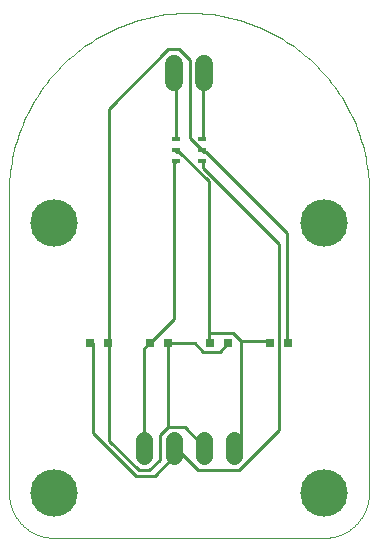
<source format=gtl>
G75*
%MOIN*%
%OFA0B0*%
%FSLAX25Y25*%
%IPPOS*%
%LPD*%
%AMOC8*
5,1,8,0,0,1.08239X$1,22.5*
%
%ADD10C,0.06000*%
%ADD11R,0.02559X0.01693*%
%ADD12C,0.00000*%
%ADD13C,0.05543*%
%ADD14C,0.15811*%
%ADD15R,0.03150X0.03150*%
%ADD16C,0.01000*%
D10*
X0056800Y0153800D02*
X0056800Y0159800D01*
X0066800Y0159800D02*
X0066800Y0153800D01*
D11*
X0066170Y0134910D03*
X0066170Y0131170D03*
X0066170Y0127430D03*
X0057509Y0127430D03*
X0057509Y0131170D03*
X0057509Y0134910D03*
D12*
X0001800Y0116800D02*
X0001800Y0016800D01*
X0001804Y0016438D01*
X0001818Y0016075D01*
X0001839Y0015713D01*
X0001870Y0015352D01*
X0001909Y0014992D01*
X0001957Y0014633D01*
X0002014Y0014275D01*
X0002079Y0013918D01*
X0002153Y0013563D01*
X0002236Y0013210D01*
X0002327Y0012859D01*
X0002426Y0012511D01*
X0002534Y0012165D01*
X0002650Y0011821D01*
X0002775Y0011481D01*
X0002907Y0011144D01*
X0003048Y0010810D01*
X0003197Y0010479D01*
X0003354Y0010152D01*
X0003518Y0009829D01*
X0003690Y0009510D01*
X0003870Y0009196D01*
X0004058Y0008885D01*
X0004253Y0008580D01*
X0004455Y0008279D01*
X0004665Y0007983D01*
X0004881Y0007693D01*
X0005105Y0007407D01*
X0005335Y0007127D01*
X0005572Y0006853D01*
X0005816Y0006585D01*
X0006066Y0006322D01*
X0006322Y0006066D01*
X0006585Y0005816D01*
X0006853Y0005572D01*
X0007127Y0005335D01*
X0007407Y0005105D01*
X0007693Y0004881D01*
X0007983Y0004665D01*
X0008279Y0004455D01*
X0008580Y0004253D01*
X0008885Y0004058D01*
X0009196Y0003870D01*
X0009510Y0003690D01*
X0009829Y0003518D01*
X0010152Y0003354D01*
X0010479Y0003197D01*
X0010810Y0003048D01*
X0011144Y0002907D01*
X0011481Y0002775D01*
X0011821Y0002650D01*
X0012165Y0002534D01*
X0012511Y0002426D01*
X0012859Y0002327D01*
X0013210Y0002236D01*
X0013563Y0002153D01*
X0013918Y0002079D01*
X0014275Y0002014D01*
X0014633Y0001957D01*
X0014992Y0001909D01*
X0015352Y0001870D01*
X0015713Y0001839D01*
X0016075Y0001818D01*
X0016438Y0001804D01*
X0016800Y0001800D01*
X0106800Y0001800D01*
X0107162Y0001804D01*
X0107525Y0001818D01*
X0107887Y0001839D01*
X0108248Y0001870D01*
X0108608Y0001909D01*
X0108967Y0001957D01*
X0109325Y0002014D01*
X0109682Y0002079D01*
X0110037Y0002153D01*
X0110390Y0002236D01*
X0110741Y0002327D01*
X0111089Y0002426D01*
X0111435Y0002534D01*
X0111779Y0002650D01*
X0112119Y0002775D01*
X0112456Y0002907D01*
X0112790Y0003048D01*
X0113121Y0003197D01*
X0113448Y0003354D01*
X0113771Y0003518D01*
X0114090Y0003690D01*
X0114404Y0003870D01*
X0114715Y0004058D01*
X0115020Y0004253D01*
X0115321Y0004455D01*
X0115617Y0004665D01*
X0115907Y0004881D01*
X0116193Y0005105D01*
X0116473Y0005335D01*
X0116747Y0005572D01*
X0117015Y0005816D01*
X0117278Y0006066D01*
X0117534Y0006322D01*
X0117784Y0006585D01*
X0118028Y0006853D01*
X0118265Y0007127D01*
X0118495Y0007407D01*
X0118719Y0007693D01*
X0118935Y0007983D01*
X0119145Y0008279D01*
X0119347Y0008580D01*
X0119542Y0008885D01*
X0119730Y0009196D01*
X0119910Y0009510D01*
X0120082Y0009829D01*
X0120246Y0010152D01*
X0120403Y0010479D01*
X0120552Y0010810D01*
X0120693Y0011144D01*
X0120825Y0011481D01*
X0120950Y0011821D01*
X0121066Y0012165D01*
X0121174Y0012511D01*
X0121273Y0012859D01*
X0121364Y0013210D01*
X0121447Y0013563D01*
X0121521Y0013918D01*
X0121586Y0014275D01*
X0121643Y0014633D01*
X0121691Y0014992D01*
X0121730Y0015352D01*
X0121761Y0015713D01*
X0121782Y0016075D01*
X0121796Y0016438D01*
X0121800Y0016800D01*
X0121800Y0116800D01*
X0121782Y0118261D01*
X0121729Y0119721D01*
X0121640Y0121180D01*
X0121516Y0122636D01*
X0121356Y0124088D01*
X0121161Y0125536D01*
X0120930Y0126979D01*
X0120665Y0128416D01*
X0120365Y0129846D01*
X0120030Y0131268D01*
X0119660Y0132682D01*
X0119256Y0134086D01*
X0118818Y0135480D01*
X0118346Y0136863D01*
X0117841Y0138234D01*
X0117302Y0139592D01*
X0116731Y0140937D01*
X0116127Y0142267D01*
X0115491Y0143583D01*
X0114823Y0144882D01*
X0114123Y0146165D01*
X0113392Y0147430D01*
X0112631Y0148678D01*
X0111840Y0149906D01*
X0111019Y0151115D01*
X0110169Y0152303D01*
X0109290Y0153470D01*
X0108383Y0154616D01*
X0107448Y0155739D01*
X0106486Y0156839D01*
X0105498Y0157915D01*
X0104484Y0158967D01*
X0103444Y0159994D01*
X0102380Y0160995D01*
X0101292Y0161971D01*
X0100180Y0162919D01*
X0099046Y0163840D01*
X0097889Y0164733D01*
X0096712Y0165597D01*
X0095513Y0166433D01*
X0094294Y0167239D01*
X0093056Y0168016D01*
X0091800Y0168762D01*
X0090526Y0169477D01*
X0089235Y0170161D01*
X0087927Y0170813D01*
X0086604Y0171433D01*
X0085266Y0172021D01*
X0083915Y0172576D01*
X0082550Y0173098D01*
X0081173Y0173586D01*
X0079784Y0174041D01*
X0078385Y0174462D01*
X0076976Y0174849D01*
X0075558Y0175201D01*
X0074132Y0175519D01*
X0072698Y0175802D01*
X0071258Y0176050D01*
X0069813Y0176263D01*
X0068362Y0176440D01*
X0066908Y0176582D01*
X0065451Y0176689D01*
X0063991Y0176760D01*
X0062531Y0176796D01*
X0061069Y0176796D01*
X0059609Y0176760D01*
X0058149Y0176689D01*
X0056692Y0176582D01*
X0055238Y0176440D01*
X0053787Y0176263D01*
X0052342Y0176050D01*
X0050902Y0175802D01*
X0049468Y0175519D01*
X0048042Y0175201D01*
X0046624Y0174849D01*
X0045215Y0174462D01*
X0043816Y0174041D01*
X0042427Y0173586D01*
X0041050Y0173098D01*
X0039685Y0172576D01*
X0038334Y0172021D01*
X0036996Y0171433D01*
X0035673Y0170813D01*
X0034365Y0170161D01*
X0033074Y0169477D01*
X0031800Y0168762D01*
X0030544Y0168016D01*
X0029306Y0167239D01*
X0028087Y0166433D01*
X0026888Y0165597D01*
X0025711Y0164733D01*
X0024554Y0163840D01*
X0023420Y0162919D01*
X0022308Y0161971D01*
X0021220Y0160995D01*
X0020156Y0159994D01*
X0019116Y0158967D01*
X0018102Y0157915D01*
X0017114Y0156839D01*
X0016152Y0155739D01*
X0015217Y0154616D01*
X0014310Y0153470D01*
X0013431Y0152303D01*
X0012581Y0151115D01*
X0011760Y0149906D01*
X0010969Y0148678D01*
X0010208Y0147430D01*
X0009477Y0146165D01*
X0008777Y0144882D01*
X0008109Y0143583D01*
X0007473Y0142267D01*
X0006869Y0140937D01*
X0006298Y0139592D01*
X0005759Y0138234D01*
X0005254Y0136863D01*
X0004782Y0135480D01*
X0004344Y0134086D01*
X0003940Y0132682D01*
X0003570Y0131268D01*
X0003235Y0129846D01*
X0002935Y0128416D01*
X0002670Y0126979D01*
X0002439Y0125536D01*
X0002244Y0124088D01*
X0002084Y0122636D01*
X0001960Y0121180D01*
X0001871Y0119721D01*
X0001818Y0118261D01*
X0001800Y0116800D01*
D13*
X0046800Y0034572D02*
X0046800Y0029028D01*
X0056800Y0029028D02*
X0056800Y0034572D01*
X0066800Y0034572D02*
X0066800Y0029028D01*
X0076800Y0029028D02*
X0076800Y0034572D01*
D14*
X0106800Y0016800D03*
X0106800Y0106800D03*
X0016800Y0106800D03*
X0016800Y0016800D03*
D15*
X0028847Y0066800D03*
X0034753Y0066800D03*
X0048847Y0066800D03*
X0054753Y0066800D03*
X0068847Y0066800D03*
X0074753Y0066800D03*
X0088847Y0066800D03*
X0094753Y0066800D03*
D16*
X0094500Y0067500D01*
X0094500Y0103500D01*
X0067500Y0130500D01*
X0066600Y0130500D01*
X0066170Y0131170D01*
X0065700Y0131400D01*
X0062100Y0135000D01*
X0062100Y0161100D01*
X0058500Y0164700D01*
X0054900Y0164700D01*
X0035100Y0144900D01*
X0035100Y0067500D01*
X0034753Y0066800D01*
X0035100Y0066600D01*
X0035100Y0034200D01*
X0045000Y0024300D01*
X0048600Y0024300D01*
X0052200Y0027900D01*
X0052200Y0036000D01*
X0054900Y0038700D01*
X0054900Y0066600D01*
X0054753Y0066800D01*
X0054900Y0066600D02*
X0063900Y0066600D01*
X0066600Y0063900D01*
X0072000Y0063900D01*
X0074700Y0066600D01*
X0074753Y0066800D01*
X0076500Y0070200D02*
X0068400Y0070200D01*
X0068400Y0120600D01*
X0058500Y0130500D01*
X0057600Y0130500D01*
X0057509Y0131170D01*
X0057509Y0127430D02*
X0056700Y0126900D01*
X0056700Y0074700D01*
X0049500Y0067500D01*
X0048847Y0066800D01*
X0048600Y0066600D01*
X0046800Y0064800D01*
X0046800Y0031800D01*
X0044100Y0022500D02*
X0050400Y0022500D01*
X0058500Y0030600D01*
X0056800Y0031800D01*
X0057600Y0031500D01*
X0058500Y0030600D01*
X0064800Y0024300D01*
X0078300Y0024300D01*
X0091800Y0037800D01*
X0091800Y0099900D01*
X0066600Y0125100D01*
X0066600Y0126900D01*
X0066170Y0127430D01*
X0066170Y0134910D02*
X0066600Y0135000D01*
X0066600Y0156600D01*
X0066800Y0156800D01*
X0057600Y0156600D02*
X0056800Y0156800D01*
X0057600Y0156600D02*
X0057600Y0135000D01*
X0057509Y0134910D01*
X0068400Y0070200D02*
X0068400Y0067500D01*
X0068847Y0066800D01*
X0076500Y0070200D02*
X0079200Y0067500D01*
X0079200Y0034200D01*
X0076800Y0031800D01*
X0066800Y0031800D02*
X0066600Y0032400D01*
X0060300Y0038700D01*
X0054900Y0038700D01*
X0044100Y0022500D02*
X0029700Y0036900D01*
X0029700Y0066600D01*
X0028847Y0066800D01*
X0079200Y0067500D02*
X0088200Y0067500D01*
X0088847Y0066800D01*
M02*

</source>
